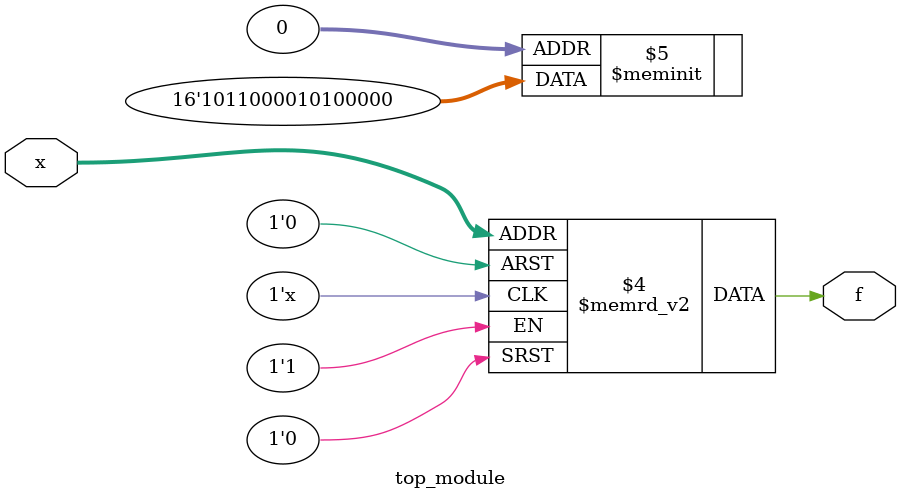
<source format=sv>
module top_module (
    input [4:1] x,
    output logic f
);

always_comb begin
    case ({x[4], x[3], x[2], x[1]})
        4'b0000, 4'b0011, 4'b1010, 4'b1011: f = 1'b0; // Minterm 1, 3, 10, 11
        4'b0101: f = 1'b1; // Minterm 5
        4'b0111, 4'b1100, 4'b1101, 4'b1111: f = 1'b1; // Minterm 7, 12, 13, 15
        default: f = 1'b0; // Don't care
    endcase
end

endmodule

</source>
